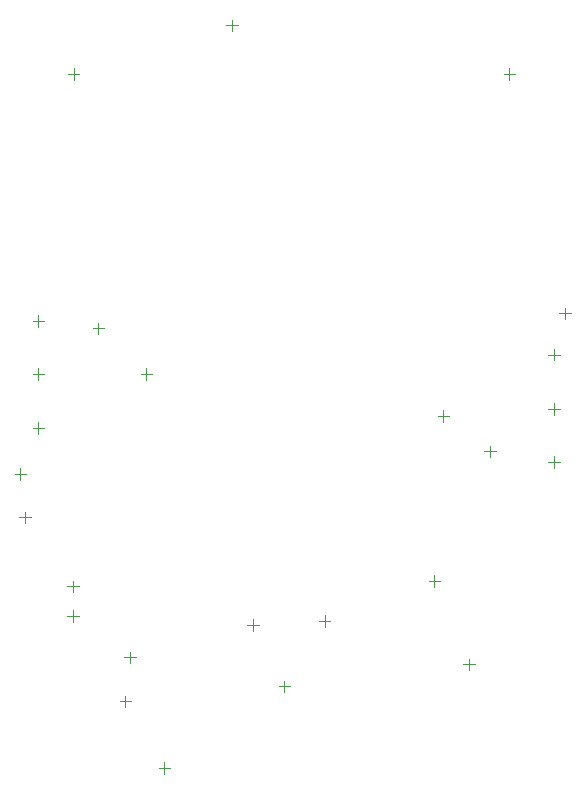
<source format=gbr>
G04*
G04 #@! TF.GenerationSoftware,Altium Limited,Altium Designer,24.6.1 (21)*
G04*
G04 Layer_Color=0*
%FSLAX25Y25*%
%MOIN*%
G70*
G04*
G04 #@! TF.SameCoordinates,3E969972-8C0A-4DBC-9D31-E8772DB7AAD8*
G04*
G04*
G04 #@! TF.FilePolarity,Positive*
G04*
G01*
G75*
%ADD60C,0.00394*%
%ADD61C,0.00197*%
D60*
X364361Y243392D02*
Y247329D01*
X362392Y245361D02*
X366329D01*
X338482Y244000D02*
X342419D01*
X340451Y242032D02*
Y245969D01*
X296031Y218500D02*
X299969D01*
X298000Y216531D02*
Y220468D01*
X299500Y231189D02*
Y235125D01*
X297532Y233157D02*
X301468D01*
X351004Y221532D02*
Y225468D01*
X349035Y223500D02*
X352972D01*
X280500Y254878D02*
Y258815D01*
X278532Y256846D02*
X282469D01*
X417531Y301847D02*
X421468D01*
X419500Y299878D02*
Y303815D01*
X280500Y245031D02*
Y248969D01*
X278532Y247000D02*
X282469D01*
X264500Y277878D02*
Y281815D01*
X262531Y279847D02*
X266469D01*
X401000Y256721D02*
Y260658D01*
X399031Y258689D02*
X402969D01*
X287032Y342846D02*
X290968D01*
X289000Y340878D02*
Y344815D01*
X261032Y294346D02*
X264968D01*
X263000Y292378D02*
Y296315D01*
X442531Y347847D02*
X446468D01*
X444500Y345878D02*
Y349815D01*
X426011Y425710D02*
Y429647D01*
X424043Y427678D02*
X427980D01*
X410532Y230847D02*
X414468D01*
X412500Y228878D02*
Y232815D01*
X333500Y441878D02*
Y445815D01*
X331532Y443847D02*
X335469D01*
X280711Y425710D02*
X280711Y429647D01*
X278742Y427678D02*
X282679Y427678D01*
X305000Y325553D02*
Y329490D01*
X303031Y327521D02*
X306968D01*
X404000Y311721D02*
Y315658D01*
X402032Y313689D02*
X405969D01*
X269000Y343378D02*
Y347315D01*
X267032Y345346D02*
X270969D01*
X269000Y325553D02*
Y329490D01*
X267032Y327521D02*
X270969D01*
X269000Y307553D02*
Y311490D01*
X267032Y309521D02*
X270969D01*
X440755Y332166D02*
Y336103D01*
X438787Y334135D02*
X442724D01*
X440755Y296352D02*
Y300289D01*
X438787Y298321D02*
X442724D01*
X440755Y314009D02*
Y317946D01*
X438787Y315978D02*
X442724D01*
D61*
X311000Y194378D02*
Y198315D01*
X309032Y196346D02*
X312968D01*
M02*

</source>
